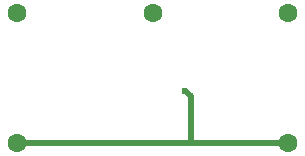
<source format=gbl>
G04*
G04 #@! TF.GenerationSoftware,Altium Limited,Altium Designer,20.1.12 (249)*
G04*
G04 Layer_Physical_Order=2*
G04 Layer_Color=16711680*
%FSLAX44Y44*%
%MOMM*%
G71*
G04*
G04 #@! TF.SameCoordinates,1844C3CC-A0EC-40E1-9444-F8D5987F7045*
G04*
G04*
G04 #@! TF.FilePolarity,Positive*
G04*
G01*
G75*
%ADD25C,1.6000*%
%ADD26C,0.6000*%
%ADD27C,0.5000*%
D25*
X15000Y130000D02*
D03*
Y20000D02*
D03*
X245000D02*
D03*
Y130000D02*
D03*
X130000D02*
D03*
D26*
X157750Y64250D02*
D03*
D27*
X162500Y20000D02*
Y59500D01*
X157750Y64250D02*
X162500Y59500D01*
Y20000D02*
X245000D01*
X15000D02*
X162500D01*
M02*

</source>
